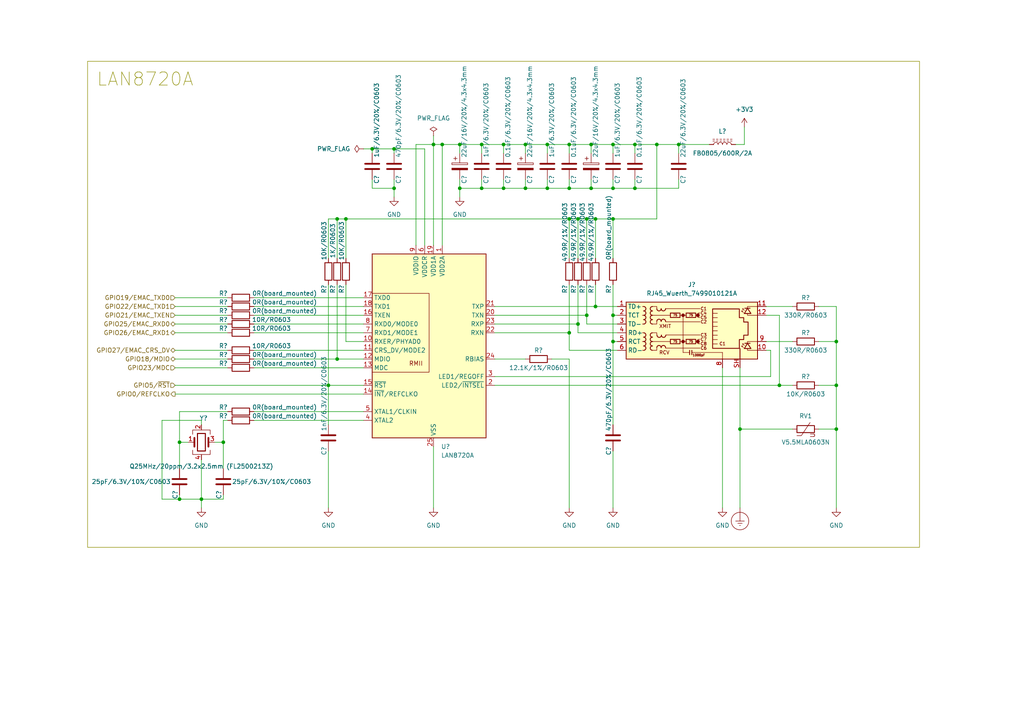
<source format=kicad_sch>
(kicad_sch (version 20230121) (generator eeschema)
  (paper "A4")
  (title_block (title "ESP32") (date "2023-12-03") (rev "A"))
  (lib_symbols
    (symbol "Connector:RJ45_Wuerth_7499010121A"
      (property "Reference" "J" (at 17.78 10.16 0))
      (property "Value" "RJ45_Wuerth_7499010121A" (at -6.35 10.16 0))
      (symbol "RJ45_Wuerth_7499010121A_0_0"
        (circle (center -1.27 -2.54) (radius 0.0001) (stroke (width 0.508)))
        (circle (center -1.27 5.08) (radius 0.0001) (stroke (width 0.508)))
        (polyline (pts (xy -1.27 5.08) (xy -1.27 -5.715)))
        (polyline (pts (xy 0.635 -5.08) (xy 0.635 -6.35)) (stroke (width 0.254)))
        (polyline (pts (xy 1.27 -5.08) (xy 1.27 -6.35)) (stroke (width 0.254)))
        (polyline (pts (xy 3.048 -2.54) (xy 2.54 -2.54)))
        (polyline (pts (xy 3.048 5.08) (xy 2.54 5.08)))
        (polyline (pts (xy 17.399 -3.175) (xy 17.399 -2.54) (xy 20.32 -2.54)))
        (polyline (pts (xy 17.399 6.985) (xy 17.399 7.62) (xy 20.32 7.62)))
        (polyline (pts (xy 20.32 -5.08) (xy 17.399 -5.08) (xy 17.399 -4.572)))
        (polyline (pts (xy 20.32 5.08) (xy 17.399 5.08) (xy 17.399 5.588)))
        (polyline (pts (xy 3.683 -1.905) (xy 3.048 -1.905) (xy 3.048 -3.175) (xy 3.683 -3.175)))
        (polyline (pts (xy 3.683 5.715) (xy 3.048 5.715) (xy 3.048 4.445) (xy 3.683 4.445)))
        (circle (center 3.048 -2.54) (radius 0.0001) (stroke (width 0.508)))
        (circle (center 3.048 5.08) (radius 0.0001) (stroke (width 0.508)))
        (text "C1" (at 4.699 6.985 0) (effects (font (size 0.889 0.889))))
        (text "C1" (at 10.16 -3.175 0) (effects (font (size 0.889 0.889))))
        (text "C2" (at 4.699 3.175 0) (effects (font (size 0.889 0.889))))
        (text "C3" (at 4.699 -0.635 0) (effects (font (size 0.889 0.889))))
        (text "C4" (at 4.699 5.715 0) (effects (font (size 0.889 0.889))))
        (text "C5" (at 4.699 4.445 0) (effects (font (size 0.889 0.889))))
        (text "C6" (at 4.699 -4.445 0) (effects (font (size 0.889 0.889))))
        (text "C7" (at 4.699 -1.905 0) (effects (font (size 0.889 0.889))))
        (text "C8" (at 4.699 -3.175 0) (effects (font (size 0.889 0.889))))
        (text "RCV" (at -8.255 -5.715 0) (effects (font (size 1.016 1.016)) (justify left)))
        (text "XMIT" (at -8.255 1.905 0) (effects (font (size 1.016 1.016)) (justify left)))
      )
      (symbol "RJ45_Wuerth_7499010121A_0_1"
        (rectangle (start -17.78 8.89) (end 20.32 -7.62) (stroke (width 0.254)) (fill (type background)))
        (polyline (pts (xy -12.7 -5.08) (xy -13.081 -5.08)))
        (polyline (pts (xy -12.7 -2.54) (xy -13.081 -2.54)))
        (polyline (pts (xy -12.7 0) (xy -13.081 0)))
        (polyline (pts (xy -12.7 2.54) (xy -13.081 2.54)))
        (polyline (pts (xy -12.7 5.08) (xy -13.081 5.08)))
        (polyline (pts (xy -12.7 7.62) (xy -13.081 7.62)))
        (polyline (pts (xy -6.35 -4.445) (xy 3.683 -4.445)))
        (polyline (pts (xy -6.35 3.175) (xy 3.683 3.175)))
        (polyline (pts (xy -6.35 6.985) (xy 3.683 6.985)))
        (polyline (pts (xy -6.223 -0.635) (xy 3.683 -0.635)))
        (polyline (pts (xy -5.08 -2.54) (xy -10.16 -2.54)))
        (polyline (pts (xy -4.953 5.08) (xy -10.16 5.08)))
        (polyline (pts (xy -2.159 -2.54) (xy -0.381 -2.54)))
        (polyline (pts (xy -2.159 5.08) (xy -0.381 5.08)))
        (polyline (pts (xy 0.635 -5.715) (xy -1.27 -5.715)))
        (polyline (pts (xy 7.4295 -1.9685) (xy 8.6995 -1.9685)))
        (polyline (pts (xy 7.4295 -0.6985) (xy 8.6995 -0.6985)))
        (polyline (pts (xy 7.4295 0.5715) (xy 8.6995 0.5715)))
        (polyline (pts (xy 7.4295 1.8415) (xy 8.6995 1.8415)))
        (polyline (pts (xy 7.4295 3.1115) (xy 8.6995 3.1115)))
        (polyline (pts (xy 8.6995 -3.2385) (xy 7.4295 -3.2385)))
        (polyline (pts (xy 8.6995 4.3815) (xy 7.4295 4.3815)))
        (polyline (pts (xy 8.6995 5.6515) (xy 7.4295 5.6515)))
        (polyline (pts (xy 10.16 -5.715) (xy 1.27 -5.715)))
        (polyline (pts (xy 10.16 -5.715) (xy 10.16 -7.62)))
        (polyline (pts (xy -10.16 0) (xy -8.89 0) (xy -8.89 -0.635)))
        (polyline (pts (xy -10.16 7.62) (xy -8.89 7.62) (xy -8.89 6.985)))
        (polyline (pts (xy -8.89 -4.445) (xy -8.89 -5.08) (xy -10.16 -5.08)))
        (polyline (pts (xy -8.89 3.175) (xy -8.89 2.54) (xy -10.16 2.54)))
      )
      (symbol "RJ45_Wuerth_7499010121A_1_0"
        (text "1000pF" (at 3.302 -6.477 0) (effects (font (size 0.635 0.635))))
      )
      (symbol "RJ45_Wuerth_7499010121A_1_1"
        (arc (start -12.7 -1.27) (mid -12.0677 -0.635) (end -12.7 0) (stroke (width 0.254)))
        (arc (start -12.6973 -5.08) (mid -12.065 -4.445) (end -12.6973 -3.81) (stroke (width 0.254)))
        (arc (start -12.6973 -3.81) (mid -12.065 -3.175) (end -12.6973 -2.54) (stroke (width 0.254)))
        (arc (start -12.6973 -2.54) (mid -12.065 -1.905) (end -12.6973 -1.27) (stroke (width 0.254)))
        (arc (start -12.6973 6.35) (mid -12.065 6.985) (end -12.6973 7.62) (stroke (width 0.254)))
        (arc (start -12.6946 2.54) (mid -12.0623 3.175) (end -12.6946 3.81) (stroke (width 0.254)))
        (arc (start -12.6946 3.81) (mid -12.0623 4.445) (end -12.6946 5.08) (stroke (width 0.254)))
        (arc (start -12.6946 5.08) (mid -12.0623 5.715) (end -12.6946 6.35) (stroke (width 0.254)))
        (arc (start -10.1654 -2.54) (mid -10.7977 -3.175) (end -10.1654 -3.81) (stroke (width 0.254)))
        (arc (start -10.1654 -1.27) (mid -10.7977 -1.905) (end -10.1654 -2.54) (stroke (width 0.254)))
        (arc (start -10.1654 0) (mid -10.7977 -0.635) (end -10.1654 -1.27) (stroke (width 0.254)))
        (arc (start -10.1654 5.08) (mid -10.7977 4.445) (end -10.1654 3.81) (stroke (width 0.254)))
        (arc (start -10.1654 6.35) (mid -10.7977 5.715) (end -10.1654 5.08) (stroke (width 0.254)))
        (arc (start -10.1654 7.62) (mid -10.7977 6.985) (end -10.1654 6.35) (stroke (width 0.254)))
        (arc (start -10.1627 -3.81) (mid -10.795 -4.445) (end -10.1627 -5.08) (stroke (width 0.254)))
        (arc (start -10.1627 3.81) (mid -10.795 3.175) (end -10.1627 2.54) (stroke (width 0.254)))
        (arc (start -8.89 6.9823) (mid -8.255 6.35) (end -7.62 6.9823) (stroke (width 0.254)))
        (arc (start -8.8265 -0.7012) (mid -8.1915 -1.3335) (end -7.5565 -0.7012) (stroke (width 0.254)))
        (arc (start -7.62 -4.3153) (mid -8.255 -3.683) (end -8.89 -4.3153) (stroke (width 0.254)))
        (arc (start -7.62 3.3047) (mid -8.255 3.937) (end -8.89 3.3047) (stroke (width 0.254)))
        (arc (start -7.62 6.985) (mid -6.985 6.3527) (end -6.35 6.985) (stroke (width 0.254)))
        (arc (start -7.5565 -0.6985) (mid -6.9215 -1.3308) (end -6.2865 -0.6985) (stroke (width 0.254)))
        (arc (start -6.35 -4.3126) (mid -6.985 -3.6803) (end -7.62 -4.3126) (stroke (width 0.254)))
        (arc (start -6.35 3.3074) (mid -6.985 3.9397) (end -7.62 3.3074) (stroke (width 0.254)))
        (rectangle (start -4.953 -1.905) (end -2.159 -3.175) (stroke (width 0.254)))
        (rectangle (start -4.953 5.715) (end -2.159 4.445) (stroke (width 0.254)))
        (rectangle (start -0.381 -1.905) (end 2.413 -3.175) (stroke (width 0.254)))
        (rectangle (start -0.381 5.715) (end 2.413 4.445) (stroke (width 0.254)))
        (polyline (pts (xy 15.24 -7.62) (xy 15.24 -4.572)) (stroke (width 0.254)))
        (polyline (pts (xy 15.748 -3.81) (xy 15.748 -4.064)))
        (polyline (pts (xy 15.748 6.35) (xy 15.748 6.096)))
        (polyline (pts (xy 16.002 -3.175) (xy 16.002 -3.429)))
        (polyline (pts (xy 16.002 6.985) (xy 16.002 6.731)))
        (polyline (pts (xy 16.637 -3.048) (xy 18.161 -3.048)) (stroke (width 0.254)))
        (polyline (pts (xy 16.637 7.112) (xy 18.161 7.112)) (stroke (width 0.254)))
        (polyline (pts (xy 16.256 -4.318) (xy 15.748 -3.81) (xy 16.002 -3.81)))
        (polyline (pts (xy 16.256 5.842) (xy 15.748 6.35) (xy 16.002 6.35)))
        (polyline (pts (xy 16.51 -3.683) (xy 16.002 -3.175) (xy 16.256 -3.175)))
        (polyline (pts (xy 16.51 6.477) (xy 16.002 6.985) (xy 16.256 6.985)))
        (polyline (pts (xy 16.51 -4.572) (xy 18.415 -4.572) (xy 17.399 -3.048) (xy 16.51 -4.572)) (stroke (width 0.254)))
        (polyline (pts (xy 16.51 5.588) (xy 18.415 5.588) (xy 17.399 7.112) (xy 16.51 5.588)) (stroke (width 0.254)))
        (polyline (pts (xy 7.3025 -4.5085) (xy 7.3025 6.9215) (xy 15.0495 6.9215) (xy 15.0495 4.3815) (xy 16.3195 4.3815) (xy 16.3195 3.1115) (xy 17.5895 3.1115) (xy 17.5895 -0.6985) (xy 16.3195 -0.6985) (xy 16.3195 -1.9685) (xy 15.0495 -1.9685) (xy 15.0495 -4.5085) (xy 7.3025 -4.5085)) (stroke (width 0.254)))
        (text "75" (at -3.556 -2.54 0) (effects (font (size 0.635 0.635))))
        (text "75" (at -3.556 5.08 0) (effects (font (size 0.635 0.635))))
        (text "75" (at 1.016 -2.54 0) (effects (font (size 0.635 0.635))))
        (text "75" (at 1.016 5.08 0) (effects (font (size 0.635 0.635))))
        (pin passive line (at -20.32 7.62 0) (length 2.54) (name "TD+") (number "1"))
        (pin passive line (at 22.86 -5.08 180) (length 2.54) (name "") (number "10"))
        (pin passive line (at 22.86 7.62 180) (length 2.54) (name "") (number "11"))
        (pin passive line (at 22.86 5.08 180) (length 2.54) (name "") (number "12"))
        (pin passive line (at -20.32 5.08 0) (length 2.54) (name "TCT") (number "2"))
        (pin passive line (at -20.32 2.54 0) (length 2.54) (name "TD-") (number "3"))
        (pin passive line (at -20.32 0 0) (length 2.54) (name "RD+") (number "4"))
        (pin passive line (at -20.32 -2.54 0) (length 2.54) (name "RCT") (number "5"))
        (pin passive line (at -20.32 -5.08 0) (length 2.54) (name "RD-") (number "6"))
        (pin no_connect line (at 20.32 0 0) (length 0) hide (name "NC") (number "7"))
        (pin power_in line (at 10.16 -10.16 90) (length 2.54) (name "") (number "8"))
        (pin passive line (at 22.86 -2.54 180) (length 2.54) (name "") (number "9"))
        (pin passive line (at 15.24 -10.16 90) (length 2.54) (name "") (number "SH"))
      )
    )
    (symbol "Device:C" (pin_numbers hide) (pin_names (offset 0.254))
      (property "Reference" "C" (at 0.635 2.54 0))
      (property "Value" "C" (at 0.635 -2.54 0))
      (symbol "C_0_1"
        (polyline (pts (xy -2.032 -0.762) (xy 2.032 -0.762)) (stroke (width 0.508)))
        (polyline (pts (xy -2.032 0.762) (xy 2.032 0.762)) (stroke (width 0.508)))
      )
      (symbol "C_1_1"
        (pin passive line (at 0 3.81 270) (length 2.794) (name "~") (number "1"))
        (pin passive line (at 0 -3.81 90) (length 2.794) (name "~") (number "2"))
      )
    )
    (symbol "Device:C_Polarized" (pin_numbers hide) (pin_names (offset 0.254))
      (property "Reference" "C" (at 0.635 2.54 0))
      (property "Value" "C_Polarized" (at 0.635 -2.54 0))
      (symbol "C_Polarized_0_1"
        (rectangle (start -2.286 0.508) (end 2.286 1.016))
        (polyline (pts (xy -1.778 2.286) (xy -0.762 2.286)))
        (polyline (pts (xy -1.27 2.794) (xy -1.27 1.778)))
        (rectangle (start 2.286 -0.508) (end -2.286 -1.016) (fill (type outline)))
      )
      (symbol "C_Polarized_1_1"
        (pin passive line (at 0 3.81 270) (length 2.794) (name "~") (number "1"))
        (pin passive line (at 0 -3.81 90) (length 2.794) (name "~") (number "2"))
      )
    )
    (symbol "Device:Crystal_GND24" (pin_names (offset 1.016) hide)
      (property "Reference" "Y" (at 3.175 5.08 0))
      (property "Value" "Crystal_GND24" (at 3.175 3.175 0))
      (symbol "Crystal_GND24_0_1"
        (rectangle (start -1.143 2.54) (end 1.143 -2.54) (stroke (width 0.3048)))
        (polyline (pts (xy -2.54 0) (xy -2.032 0)))
        (polyline (pts (xy -2.032 -1.27) (xy -2.032 1.27)) (stroke (width 0.508)))
        (polyline (pts (xy 0 -3.81) (xy 0 -3.556)))
        (polyline (pts (xy 0 3.556) (xy 0 3.81)))
        (polyline (pts (xy 2.032 -1.27) (xy 2.032 1.27)) (stroke (width 0.508)))
        (polyline (pts (xy 2.032 0) (xy 2.54 0)))
        (polyline (pts (xy -2.54 -2.286) (xy -2.54 -3.556) (xy 2.54 -3.556) (xy 2.54 -2.286)))
        (polyline (pts (xy -2.54 2.286) (xy -2.54 3.556) (xy 2.54 3.556) (xy 2.54 2.286)))
      )
      (symbol "Crystal_GND24_1_1"
        (pin passive line (at -3.81 0 0) (length 1.27) (name "1") (number "1"))
        (pin passive line (at 0 5.08 270) (length 1.27) (name "2") (number "2"))
        (pin passive line (at 3.81 0 180) (length 1.27) (name "3") (number "3"))
        (pin passive line (at 0 -5.08 90) (length 1.27) (name "4") (number "4"))
      )
    )
    (symbol "Device:L_Ferrite" (pin_numbers hide) (pin_names (offset 1.016) hide)
      (property "Reference" "L" (at -1.27 0 90))
      (property "Value" "L_Ferrite" (at 2.794 0 90))
      (symbol "L_Ferrite_0_1"
        (arc (start 0 -2.54) (mid 0.6323 -1.905) (end 0 -1.27))
        (arc (start 0 -1.27) (mid 0.6323 -0.635) (end 0 0))
        (polyline (pts (xy 1.016 -2.794) (xy 1.016 -2.286)))
        (polyline (pts (xy 1.016 -1.778) (xy 1.016 -1.27)))
        (polyline (pts (xy 1.016 -0.762) (xy 1.016 -0.254)))
        (polyline (pts (xy 1.016 0.254) (xy 1.016 0.762)))
        (polyline (pts (xy 1.016 1.27) (xy 1.016 1.778)))
        (polyline (pts (xy 1.016 2.286) (xy 1.016 2.794)))
        (polyline (pts (xy 1.524 -2.286) (xy 1.524 -2.794)))
        (polyline (pts (xy 1.524 -1.27) (xy 1.524 -1.778)))
        (polyline (pts (xy 1.524 -0.254) (xy 1.524 -0.762)))
        (polyline (pts (xy 1.524 0.762) (xy 1.524 0.254)))
        (polyline (pts (xy 1.524 1.778) (xy 1.524 1.27)))
        (polyline (pts (xy 1.524 2.794) (xy 1.524 2.286)))
        (arc (start 0 0) (mid 0.6323 0.635) (end 0 1.27))
        (arc (start 0 1.27) (mid 0.6323 1.905) (end 0 2.54))
      )
      (symbol "L_Ferrite_1_1"
        (pin passive line (at 0 3.81 270) (length 1.27) (name "1") (number "1"))
        (pin passive line (at 0 -3.81 90) (length 1.27) (name "2") (number "2"))
      )
    )
    (symbol "Device:R" (pin_numbers hide) (pin_names (offset 0))
      (property "Reference" "R" (at 2.032 0 90))
      (property "Value" "R" (at 0 0 90))
      (symbol "R_0_1"
        (rectangle (start -1.016 -2.54) (end 1.016 2.54) (stroke (width 0.254)))
      )
      (symbol "R_1_1"
        (pin passive line (at 0 3.81 270) (length 1.27) (name "~") (number "1"))
        (pin passive line (at 0 -3.81 90) (length 1.27) (name "~") (number "2"))
      )
    )
    (symbol "Device:Varistor" (pin_numbers hide) (pin_names (offset 0))
      (property "Reference" "RV" (at 3.175 0 90))
      (property "Value" "Varistor" (at -3.175 0 90))
      (symbol "Varistor_0_0"
        (text "U" (at -1.778 -2.032 0) (effects (font (size 1.27 1.27))))
      )
      (symbol "Varistor_0_1"
        (rectangle (start -1.016 -2.54) (end 1.016 2.54) (stroke (width 0.254)))
        (polyline (pts (xy -1.905 2.54) (xy -1.905 1.27) (xy 1.905 -1.27)))
      )
      (symbol "Varistor_1_1"
        (pin passive line (at 0 3.81 270) (length 1.27) (name "~") (number "1"))
        (pin passive line (at 0 -3.81 90) (length 1.27) (name "~") (number "2"))
      )
    )
    (symbol "Interface_Ethernet:LAN8720A"
      (property "Reference" "U" (at -13.97 29.21 0))
      (property "Value" "LAN8720A" (at 15.24 29.21 0))
      (symbol "LAN8720A_0_0"
        (text "RMII" (at -5.08 -3.81 0) (effects (font (size 1.27 1.27))))
      )
      (symbol "LAN8720A_0_1"
        (rectangle (start -17.78 27.94) (end 15.24 -25.4) (stroke (width 0.254)) (fill (type background)))
        (polyline (pts (xy -17.78 -6.35) (xy -1.27 -6.35) (xy -1.27 16.51) (xy -17.78 16.51)))
      )
      (symbol "LAN8720A_1_1"
        (pin power_in line (at 2.54 30.48 270) (length 2.54) (name "VDD2A") (number "1"))
        (pin output line (at -20.32 2.54 0) (length 2.54) (name "RXER/PHYAD0") (number "10"))
        (pin bidirectional line (at -20.32 0 0) (length 2.54) (name "CRS_DV/MODE2") (number "11"))
        (pin bidirectional line (at -20.32 -2.54 0) (length 2.54) (name "MDIO") (number "12"))
        (pin input line (at -20.32 -5.08 0) (length 2.54) (name "MDC") (number "13"))
        (pin output line (at -20.32 -12.7 0) (length 2.54) (name "~{INT}/REFCLKO") (number "14"))
        (pin input line (at -20.32 -10.16 0) (length 2.54) (name "~{RST}") (number "15"))
        (pin input line (at -20.32 10.16 0) (length 2.54) (name "TXEN") (number "16"))
        (pin input line (at -20.32 15.24 0) (length 2.54) (name "TXD0") (number "17"))
        (pin input line (at -20.32 12.7 0) (length 2.54) (name "TXD1") (number "18"))
        (pin power_in line (at 0 30.48 270) (length 2.54) (name "VDD1A") (number "19"))
        (pin bidirectional line (at 17.78 -10.16 180) (length 2.54) (name "LED2/~{INTSEL}") (number "2"))
        (pin bidirectional line (at 17.78 10.16 180) (length 2.54) (name "TXN") (number "20"))
        (pin bidirectional line (at 17.78 12.7 180) (length 2.54) (name "TXP") (number "21"))
        (pin bidirectional line (at 17.78 5.08 180) (length 2.54) (name "RXN") (number "22"))
        (pin bidirectional line (at 17.78 7.62 180) (length 2.54) (name "RXP") (number "23"))
        (pin passive line (at 17.78 -2.54 180) (length 2.54) (name "RBIAS") (number "24"))
        (pin power_in line (at 0 -27.94 90) (length 2.54) (name "VSS") (number "25"))
        (pin bidirectional line (at 17.78 -7.62 180) (length 2.54) (name "LED1/REGOFF") (number "3"))
        (pin output line (at -20.32 -20.32 0) (length 2.54) (name "XTAL2") (number "4"))
        (pin input line (at -20.32 -17.78 0) (length 2.54) (name "XTAL1/CLKIN") (number "5"))
        (pin power_in line (at -2.54 30.48 270) (length 2.54) (name "VDDCR") (number "6"))
        (pin bidirectional line (at -20.32 5.08 0) (length 2.54) (name "RXD1/MODE1") (number "7"))
        (pin bidirectional line (at -20.32 7.62 0) (length 2.54) (name "RXD0/MODE0") (number "8"))
        (pin power_in line (at -5.08 30.48 270) (length 2.54) (name "VDDIO") (number "9"))
      )
    )
    (symbol "power:+3V3" (power) (pin_names (offset 0))
      (property "Value" "+3V3" (at 0 3.556 0))
      (symbol "+3V3_0_1"
        (polyline (pts (xy -0.762 1.27) (xy 0 2.54)))
        (polyline (pts (xy 0 0) (xy 0 2.54)))
        (polyline (pts (xy 0 2.54) (xy 0.762 1.27)))
      )
      (symbol "+3V3_1_1"
        (pin power_in line (at 0 0 90) (length 0) hide (name "+3V3") (number "1"))
      )
    )
    (symbol "power:Earth_Protective" (power) (pin_names (offset 0))
      (symbol "Earth_Protective_0_1"
        (circle (center 0 -3.81) (radius 2.54))
        (polyline (pts (xy -0.635 -4.445) (xy 0.635 -4.445)))
        (polyline (pts (xy -0.127 -5.08) (xy 0.127 -5.08)))
        (polyline (pts (xy 0 -3.81) (xy 0 0)))
        (polyline (pts (xy 1.27 -3.81) (xy -1.27 -3.81)))
      )
      (symbol "Earth_Protective_1_1"
        (pin power_in line (at 0 0 270) (length 0) hide (name "Earth_Protective") (number "1"))
      )
    )
    (symbol "power:GND" (power) (pin_names (offset 0))
      (property "Value" "GND" (at 0 -3.81 0))
      (symbol "GND_0_1"
        (polyline (pts (xy 0 0) (xy 0 -1.27) (xy 1.27 -1.27) (xy 0 -2.54) (xy -1.27 -1.27) (xy 0 -1.27)))
      )
      (symbol "GND_1_1"
        (pin power_in line (at 0 0 270) (length 0) hide (name "GND") (number "1"))
      )
    )
    (symbol "power:PWR_FLAG" (power) (pin_numbers hide) (pin_names (offset 0) hide)
      (property "Value" "PWR_FLAG" (at 0 3.81 0))
      (symbol "PWR_FLAG_0_0"
        (pin power_out line (at 0 0 90) (length 0) (name "pwr") (number "1"))
      )
      (symbol "PWR_FLAG_0_1"
        (polyline (pts (xy 0 0) (xy 0 1.27) (xy -1.016 1.905) (xy 0 2.54) (xy 1.016 1.905) (xy 0 1.27)))
      )
    )
  )
  (junction (at 242.57 99.06))
  (junction (at 58.42 144.78))
  (junction (at 95.25 111.76))
  (junction (at 171.45 41.91))
  (junction (at 52.07 128.27))
  (junction (at 97.79 104.14))
  (junction (at 114.3 54.61))
  (junction (at 158.75 54.61))
  (junction (at 100.33 63.5))
  (junction (at 139.7 54.61))
  (junction (at 152.4 54.61))
  (junction (at 242.57 111.76))
  (junction (at 170.18 63.5))
  (junction (at 184.15 54.61))
  (junction (at 171.45 54.61))
  (junction (at 133.35 41.91))
  (junction (at 172.72 63.5))
  (junction (at 146.05 54.61))
  (junction (at 177.8 63.5))
  (junction (at 172.72 88.9))
  (junction (at 152.4 41.91))
  (junction (at 139.7 41.91))
  (junction (at 167.64 63.5))
  (junction (at 128.27 41.91))
  (junction (at 125.73 41.91))
  (junction (at 226.06 111.76))
  (junction (at 146.05 41.91))
  (junction (at 52.07 144.78))
  (junction (at 133.35 54.61))
  (junction (at 167.64 93.98))
  (junction (at 214.63 124.46))
  (junction (at 177.8 54.61))
  (junction (at 177.8 41.91))
  (junction (at 165.1 63.5))
  (junction (at 165.1 54.61))
  (junction (at 97.79 63.5))
  (junction (at 184.15 41.91))
  (junction (at 196.85 41.91))
  (junction (at 177.8 99.06))
  (junction (at 165.1 41.91))
  (junction (at 64.77 128.27))
  (junction (at 158.75 41.91))
  (junction (at 114.3 43.18))
  (junction (at 242.57 124.46))
  (junction (at 107.95 43.18))
  (junction (at 165.1 96.52))
  (junction (at 177.8 91.44))
  (junction (at 190.5 41.91))
  (junction (at 170.18 91.44))
  (wire (pts (xy 133.35 52.07) (xy 133.35 54.61)))
  (wire (pts (xy 177.8 130.81) (xy 177.8 147.32)))
  (wire (pts (xy 190.5 63.5) (xy 177.8 63.5)))
  (wire (pts (xy 177.8 82.55) (xy 177.8 91.44)))
  (wire (pts (xy 50.8 96.52) (xy 66.04 96.52)))
  (wire (pts (xy 222.25 99.06) (xy 229.87 99.06)))
  (wire (pts (xy 165.1 63.5) (xy 165.1 74.93)))
  (wire (pts (xy 73.66 106.68) (xy 105.41 106.68)))
  (wire (pts (xy 213.36 41.91) (xy 215.9 41.91)))
  (wire (pts (xy 160.02 104.14) (xy 165.1 104.14)))
  (wire (pts (xy 52.07 119.38) (xy 52.07 128.27)))
  (wire (pts (xy 58.42 133.35) (xy 58.42 144.78)))
  (wire (pts (xy 52.07 128.27) (xy 52.07 135.89)))
  (wire (pts (xy 158.75 41.91) (xy 158.75 44.45)))
  (wire (pts (xy 167.64 63.5) (xy 170.18 63.5)))
  (wire (pts (xy 158.75 41.91) (xy 165.1 41.91)))
  (wire (pts (xy 184.15 54.61) (xy 196.85 54.61)))
  (wire (pts (xy 50.8 111.76) (xy 95.25 111.76)))
  (wire (pts (xy 64.77 128.27) (xy 64.77 121.92)))
  (wire (pts (xy 165.1 41.91) (xy 165.1 44.45)))
  (wire (pts (xy 172.72 63.5) (xy 172.72 74.93)))
  (wire (pts (xy 143.51 104.14) (xy 152.4 104.14)))
  (wire (pts (xy 152.4 41.91) (xy 152.4 44.45)))
  (wire (pts (xy 64.77 143.51) (xy 64.77 144.78)))
  (wire (pts (xy 165.1 54.61) (xy 171.45 54.61)))
  (wire (pts (xy 171.45 54.61) (xy 177.8 54.61)))
  (wire (pts (xy 226.06 111.76) (xy 229.87 111.76)))
  (wire (pts (xy 177.8 54.61) (xy 177.8 52.07)))
  (wire (pts (xy 242.57 111.76) (xy 237.49 111.76)))
  (wire (pts (xy 165.1 101.6) (xy 179.07 101.6)))
  (wire (pts (xy 100.33 63.5) (xy 100.33 74.93)))
  (wire (pts (xy 97.79 63.5) (xy 97.79 74.93)))
  (wire (pts (xy 146.05 41.91) (xy 146.05 44.45)))
  (wire (pts (xy 73.66 119.38) (xy 105.41 119.38)))
  (wire (pts (xy 226.06 91.44) (xy 226.06 111.76)))
  (wire (pts (xy 146.05 54.61) (xy 152.4 54.61)))
  (wire (pts (xy 64.77 121.92) (xy 66.04 121.92)))
  (wire (pts (xy 114.3 43.18) (xy 107.95 43.18)))
  (wire (pts (xy 114.3 43.18) (xy 114.3 44.45)))
  (wire (pts (xy 177.8 41.91) (xy 177.8 44.45)))
  (wire (pts (xy 223.52 109.22) (xy 223.52 101.6)))
  (wire (pts (xy 133.35 41.91) (xy 133.35 44.45)))
  (wire (pts (xy 214.63 124.46) (xy 229.87 124.46)))
  (wire (pts (xy 170.18 93.98) (xy 179.07 93.98)))
  (wire (pts (xy 125.73 41.91) (xy 128.27 41.91)))
  (wire (pts (xy 196.85 41.91) (xy 196.85 44.45)))
  (wire (pts (xy 172.72 63.5) (xy 177.8 63.5)))
  (wire (pts (xy 167.64 63.5) (xy 167.64 74.93)))
  (wire (pts (xy 143.51 91.44) (xy 170.18 91.44)))
  (wire (pts (xy 184.15 41.91) (xy 190.5 41.91)))
  (wire (pts (xy 196.85 41.91) (xy 205.74 41.91)))
  (wire (pts (xy 165.1 82.55) (xy 165.1 96.52)))
  (wire (pts (xy 215.9 36.83) (xy 215.9 41.91)))
  (wire (pts (xy 58.42 123.19) (xy 58.42 121.92)))
  (wire (pts (xy 97.79 63.5) (xy 100.33 63.5)))
  (wire (pts (xy 177.8 99.06) (xy 177.8 123.19)))
  (wire (pts (xy 179.07 91.44) (xy 177.8 91.44)))
  (wire (pts (xy 105.41 43.18) (xy 107.95 43.18)))
  (wire (pts (xy 170.18 63.5) (xy 172.72 63.5)))
  (wire (pts (xy 179.07 96.52) (xy 167.64 96.52)))
  (wire (pts (xy 114.3 57.15) (xy 114.3 54.61)))
  (wire (pts (xy 146.05 41.91) (xy 152.4 41.91)))
  (wire (pts (xy 143.51 88.9) (xy 172.72 88.9)))
  (wire (pts (xy 128.27 41.91) (xy 128.27 71.12)))
  (wire (pts (xy 95.25 63.5) (xy 97.79 63.5)))
  (wire (pts (xy 52.07 144.78) (xy 58.42 144.78)))
  (wire (pts (xy 52.07 119.38) (xy 66.04 119.38)))
  (wire (pts (xy 50.8 86.36) (xy 66.04 86.36)))
  (wire (pts (xy 237.49 88.9) (xy 242.57 88.9)))
  (wire (pts (xy 222.25 88.9) (xy 229.87 88.9)))
  (wire (pts (xy 167.64 93.98) (xy 143.51 93.98)))
  (wire (pts (xy 46.99 121.92) (xy 46.99 144.78)))
  (wire (pts (xy 95.25 111.76) (xy 105.41 111.76)))
  (wire (pts (xy 62.23 128.27) (xy 64.77 128.27)))
  (wire (pts (xy 196.85 52.07) (xy 196.85 54.61)))
  (wire (pts (xy 152.4 52.07) (xy 152.4 54.61)))
  (wire (pts (xy 152.4 54.61) (xy 158.75 54.61)))
  (wire (pts (xy 107.95 52.07) (xy 107.95 54.61)))
  (wire (pts (xy 172.72 88.9) (xy 179.07 88.9)))
  (wire (pts (xy 133.35 54.61) (xy 139.7 54.61)))
  (wire (pts (xy 143.51 96.52) (xy 165.1 96.52)))
  (wire (pts (xy 171.45 41.91) (xy 177.8 41.91)))
  (wire (pts (xy 143.51 109.22) (xy 223.52 109.22)))
  (wire (pts (xy 190.5 41.91) (xy 196.85 41.91)))
  (wire (pts (xy 120.65 41.91) (xy 125.73 41.91)))
  (wire (pts (xy 50.8 91.44) (xy 66.04 91.44)))
  (wire (pts (xy 125.73 39.37) (xy 125.73 41.91)))
  (wire (pts (xy 50.8 106.68) (xy 66.04 106.68)))
  (wire (pts (xy 177.8 54.61) (xy 184.15 54.61)))
  (wire (pts (xy 139.7 54.61) (xy 146.05 54.61)))
  (wire (pts (xy 226.06 111.76) (xy 143.51 111.76)))
  (wire (pts (xy 179.07 99.06) (xy 177.8 99.06)))
  (wire (pts (xy 165.1 63.5) (xy 167.64 63.5)))
  (wire (pts (xy 184.15 41.91) (xy 184.15 44.45)))
  (wire (pts (xy 170.18 82.55) (xy 170.18 91.44)))
  (wire (pts (xy 73.66 96.52) (xy 105.41 96.52)))
  (wire (pts (xy 242.57 99.06) (xy 237.49 99.06)))
  (wire (pts (xy 50.8 114.3) (xy 105.41 114.3)))
  (wire (pts (xy 64.77 128.27) (xy 64.77 135.89)))
  (wire (pts (xy 95.25 130.81) (xy 95.25 147.32)))
  (wire (pts (xy 165.1 96.52) (xy 165.1 101.6)))
  (wire (pts (xy 177.8 63.5) (xy 177.8 74.93)))
  (wire (pts (xy 58.42 144.78) (xy 64.77 144.78)))
  (wire (pts (xy 167.64 82.55) (xy 167.64 93.98)))
  (wire (pts (xy 128.27 41.91) (xy 133.35 41.91)))
  (wire (pts (xy 125.73 129.54) (xy 125.73 147.32)))
  (wire (pts (xy 107.95 43.18) (xy 107.95 44.45)))
  (wire (pts (xy 120.65 41.91) (xy 120.65 71.12)))
  (wire (pts (xy 167.64 96.52) (xy 167.64 93.98)))
  (wire (pts (xy 177.8 91.44) (xy 177.8 99.06)))
  (wire (pts (xy 171.45 41.91) (xy 171.45 44.45)))
  (wire (pts (xy 139.7 41.91) (xy 146.05 41.91)))
  (wire (pts (xy 222.25 91.44) (xy 226.06 91.44)))
  (wire (pts (xy 242.57 99.06) (xy 242.57 111.76)))
  (wire (pts (xy 146.05 52.07) (xy 146.05 54.61)))
  (wire (pts (xy 50.8 101.6) (xy 66.04 101.6)))
  (wire (pts (xy 158.75 52.07) (xy 158.75 54.61)))
  (wire (pts (xy 58.42 121.92) (xy 46.99 121.92)))
  (wire (pts (xy 52.07 143.51) (xy 52.07 144.78)))
  (wire (pts (xy 165.1 52.07) (xy 165.1 54.61)))
  (wire (pts (xy 158.75 54.61) (xy 165.1 54.61)))
  (wire (pts (xy 107.95 54.61) (xy 114.3 54.61)))
  (wire (pts (xy 165.1 104.14) (xy 165.1 147.32)))
  (wire (pts (xy 50.8 104.14) (xy 66.04 104.14)))
  (wire (pts (xy 97.79 82.55) (xy 97.79 104.14)))
  (wire (pts (xy 177.8 41.91) (xy 184.15 41.91)))
  (wire (pts (xy 73.66 86.36) (xy 105.41 86.36)))
  (wire (pts (xy 73.66 104.14) (xy 97.79 104.14)))
  (wire (pts (xy 209.55 106.68) (xy 209.55 147.32)))
  (wire (pts (xy 223.52 101.6) (xy 222.25 101.6)))
  (wire (pts (xy 170.18 91.44) (xy 170.18 93.98)))
  (wire (pts (xy 73.66 93.98) (xy 105.41 93.98)))
  (wire (pts (xy 152.4 41.91) (xy 158.75 41.91)))
  (wire (pts (xy 97.79 104.14) (xy 105.41 104.14)))
  (wire (pts (xy 170.18 63.5) (xy 170.18 74.93)))
  (wire (pts (xy 100.33 82.55) (xy 100.33 99.06)))
  (wire (pts (xy 242.57 111.76) (xy 242.57 124.46)))
  (wire (pts (xy 114.3 52.07) (xy 114.3 54.61)))
  (wire (pts (xy 58.42 144.78) (xy 58.42 147.32)))
  (wire (pts (xy 73.66 91.44) (xy 105.41 91.44)))
  (wire (pts (xy 95.25 63.5) (xy 95.25 74.93)))
  (wire (pts (xy 237.49 124.46) (xy 242.57 124.46)))
  (wire (pts (xy 123.19 43.18) (xy 114.3 43.18)))
  (wire (pts (xy 139.7 52.07) (xy 139.7 54.61)))
  (wire (pts (xy 214.63 124.46) (xy 214.63 147.32)))
  (wire (pts (xy 133.35 41.91) (xy 139.7 41.91)))
  (wire (pts (xy 46.99 144.78) (xy 52.07 144.78)))
  (wire (pts (xy 139.7 41.91) (xy 139.7 44.45)))
  (wire (pts (xy 172.72 82.55) (xy 172.72 88.9)))
  (wire (pts (xy 190.5 41.91) (xy 190.5 63.5)))
  (wire (pts (xy 73.66 88.9) (xy 105.41 88.9)))
  (wire (pts (xy 73.66 101.6) (xy 105.41 101.6)))
  (wire (pts (xy 165.1 41.91) (xy 171.45 41.91)))
  (wire (pts (xy 52.07 128.27) (xy 54.61 128.27)))
  (wire (pts (xy 242.57 88.9) (xy 242.57 99.06)))
  (wire (pts (xy 171.45 52.07) (xy 171.45 54.61)))
  (wire (pts (xy 50.8 93.98) (xy 66.04 93.98)))
  (wire (pts (xy 50.8 88.9) (xy 66.04 88.9)))
  (wire (pts (xy 123.19 43.18) (xy 123.19 71.12)))
  (wire (pts (xy 125.73 41.91) (xy 125.73 71.12)))
  (wire (pts (xy 95.25 111.76) (xy 95.25 123.19)))
  (wire (pts (xy 214.63 106.68) (xy 214.63 124.46)))
  (wire (pts (xy 100.33 63.5) (xy 165.1 63.5)))
  (wire (pts (xy 100.33 99.06) (xy 105.41 99.06)))
  (wire (pts (xy 184.15 52.07) (xy 184.15 54.61)))
  (wire (pts (xy 95.25 82.55) (xy 95.25 111.76)))
  (wire (pts (xy 242.57 124.46) (xy 242.57 147.32)))
  (wire (pts (xy 133.35 57.15) (xy 133.35 54.61)))
  (wire (pts (xy 73.66 121.92) (xy 105.41 121.92)))
  (rectangle (start 25.4 17.78) (end 266.7 158.75) (stroke (width 0) (color 140 140 0 1)))
  (text "LAN8720A\n" (at 27.94 25.4 0) (effects (font (size 3.81 3.81)) (justify left bottom)))
  (hierarchical_label "GPIO23{slash}MDC" (shape input) (at 50.8 106.68 180))
  (hierarchical_label "GPIO0{slash}REFCLKO" (shape output) (at 50.8 114.3 180))
  (hierarchical_label "GPIO26{slash}EMAC_RXD1" (shape bidirectional) (at 50.8 96.52 180))
  (hierarchical_label "GPIO19{slash}EMAC_TXD0" (shape input) (at 50.8 86.36 180))
  (hierarchical_label "GPIO22{slash}EMAC_TXD1" (shape input) (at 50.8 88.9 180))
  (hierarchical_label "GPIO21{slash}EMAC_TXEN" (shape input) (at 50.8 91.44 180))
  (hierarchical_label "GPIO27{slash}EMAC_CRS_DV" (shape bidirectional) (at 50.8 101.6 180))
  (hierarchical_label "GPIO18{slash}MDIO" (shape bidirectional) (at 50.8 104.14 180))
  (hierarchical_label "GPIO5{slash}~{RST}" (shape input) (at 50.8 111.76 180))
  (hierarchical_label "GPIO25{slash}EMAC_RXD0" (shape bidirectional) (at 50.8 93.98 180))
  (symbol (lib_id "power:GND") (at 133.35 57.15 0) (unit 1)
    (property "Reference" "#PWR07" (effects hide))
    (property "Value" "GND" (at 133.35 62.23 0))
    (instances (project "ESP32-PLC" (path "" (reference "#PWR07") (unit 1)) (path "" (reference "#PWR028") (unit 1))))
  )
  (symbol (lib_id "Connector:RJ45_Wuerth_7499010121A") (at 199.39 96.52 0) (unit 1)
    (property "Reference" "J?" (at 200.66 82.55 0))
    (property "Value" "RJ45_Wuerth_7499010121A" (at 200.66 85.09 0))
    (property "Footprint" "Connector_RJ:RJ45_Wuerth_7499010121A_Horizontal" (effects hide))
    (property "Datasheet" "http://katalog.we-online.de/pbs/datasheet/7499010121A.pdf" (effects hide))
    (instances (project "ESP32-PLC" (path "" (reference "J?") (unit 1)) (path "" (reference "J5") (unit 1))))
  )
  (symbol (lib_id "power:+3V3") (at 215.9 36.83 0) (unit 1)
    (property "Reference" "#PWR08" (effects hide))
    (property "Value" "+3V3" (at 215.9 31.75 0))
    (instances (project "ESP32-PLC" (path "" (reference "#PWR08") (unit 1)) (path "" (reference "#PWR033") (unit 1))))
  )
  (symbol (lib_id "Device:Crystal_GND24") (at 58.42 128.27 0) (unit 1)
    (property "Reference" "Y?" (at 59.055 121.285 0))
    (property "Value" "Q25MHz/20ppm/3.2x2.5mm (FL2500213Z)" (at 58.42 135.255 0))
    (property "Footprint" "Crystal:Crystal_SMD_3225-4Pin_3.2x2.5mm" (effects hide))
    (instances (project "ESP32-PLC" (path "" (reference "Y?") (unit 1)) (path "" (reference "Y1") (unit 1))))
  )
  (symbol (lib_id "power:GND") (at 125.73 147.32 0) (unit 1)
    (property "Reference" "#PWR02" (effects hide))
    (property "Value" "GND" (at 125.73 152.4 0))
    (instances (project "ESP32-PLC" (path "" (reference "#PWR02") (unit 1)) (path "" (reference "#PWR027") (unit 1))))
  )
  (symbol (lib_id "Device:Varistor") (at 233.68 124.46 90) (unit 1)
    (property "Reference" "RV1" (at 233.68 120.65 90))
    (property "Value" "V5.5MLA0603N" (at 233.68 128.27 90))
    (property "Footprint" "Resistor_SMD:R_0603_1608Metric" (effects hide))
    (property "Sim.Name" "kicad_builtin_varistor" (effects hide))
    (property "Sim.Device" "SUBCKT" (effects hide))
    (property "Sim.Pins" "1=A 2=B" (effects hide))
    (property "Sim.Params" "threshold=1k" (effects hide))
    (property "Sim.Library" "${KICAD7_SYMBOL_DIR}/Simulation_SPICE.sp" (effects hide))
  )
  (symbol (lib_id "power:GND") (at 242.57 147.32 0) (unit 1)
    (property "Reference" "#PWR05" (effects hide))
    (property "Value" "GND" (at 242.57 152.4 0))
    (instances (project "ESP32-PLC" (path "" (reference "#PWR05") (unit 1)) (path "" (reference "#PWR034") (unit 1))))
  )
  (symbol (lib_id "Device:R") (at 170.18 78.74 180) (unit 1)
    (property "Reference" "R?" (at 168.91 83.82 90))
    (property "Value" "49.9R/1%/R0603" (at 168.91 67.31 90))
    (property "Footprint" "Resistor_SMD:R_0603_1608Metric" (effects hide))
    (instances (project "ESP32-PLC" (path "" (reference "R?") (unit 1)) (path "" (reference "R29") (unit 1))))
  )
  (symbol (lib_id "Device:C") (at 95.25 127 0) (unit 1)
    (property "Reference" "C?" (at 93.98 132.08 90) (effects (justify left)))
    (property "Value" "1nF/6.3V/20%/C0603" (at 93.98 125.095 90) (effects (justify left)))
    (property "Footprint" "Capacitor_SMD:C_0603_1608Metric" (effects hide))
    (instances (project "ESP32-PLC" (path "" (reference "C?") (unit 1)) (path "" (reference "C11") (unit 1))))
  )
  (symbol (lib_id "power:GND") (at 58.42 147.32 0) (unit 1)
    (property "Reference" "#PWR06" (effects hide))
    (property "Value" "GND" (at 58.42 152.4 0))
    (instances (project "ESP32-PLC" (path "" (reference "#PWR06") (unit 1)) (path "" (reference "#PWR024") (unit 1))))
  )
  (symbol (lib_id "Device:R") (at 172.72 78.74 180) (unit 1)
    (property "Reference" "R?" (at 171.45 83.82 90))
    (property "Value" "49.9R/1%/R0603" (at 171.45 67.31 90))
    (property "Footprint" "Resistor_SMD:R_0603_1608Metric" (effects hide))
    (instances (project "ESP32-PLC" (path "" (reference "R?") (unit 1)) (path "" (reference "R30") (unit 1))))
  )
  (symbol (lib_id "Device:C") (at 64.77 139.7 0) (unit 1)
    (property "Reference" "C?" (at 63.5 144.78 90) (effects (justify left)))
    (property "Value" "25pF/6.3V/10%/C0603" (at 67.31 139.7 0) (effects (justify left)))
    (property "Footprint" "Capacitor_SMD:C_0603_1608Metric" (effects hide))
    (instances (project "ESP32-PLC" (path "" (reference "C?") (unit 1)) (path "" (reference "C10") (unit 1))))
  )
  (symbol (lib_id "Device:L_Ferrite") (at 209.55 41.91 90) (unit 1)
    (property "Reference" "L?" (at 209.55 38.1 90))
    (property "Value" "FB0805/600R/2A" (at 209.55 44.45 90))
    (property "Footprint" "Inductor_SMD:L_0805_2012Metric" (effects hide))
    (instances (project "ESP32-PLC" (path "" (reference "L?") (unit 1)) (path "" (reference "L3") (unit 1))))
  )
  (symbol (lib_id "Device:R") (at 69.85 86.36 90) (unit 1)
    (property "Reference" "R?" (at 64.77 85.09 90))
    (property "Value" "0R(board_mounted)" (at 82.55 85.09 90))
    (property "Footprint" "Resistor_SMD:R_0402_1005Metric" (effects hide))
    (instances (project "ESP32-PLC" (path "" (reference "R?") (unit 1)) (path "" (reference "R13") (unit 1))))
  )
  (symbol (lib_id "Device:R") (at 97.79 78.74 180) (unit 1)
    (property "Reference" "R?" (at 96.52 83.82 90))
    (property "Value" "1K/R0603" (at 96.52 69.85 90))
    (property "Footprint" "Resistor_SMD:R_0603_1608Metric" (effects hide))
    (instances (project "ESP32-PLC" (path "" (reference "R?") (unit 1)) (path "" (reference "R24") (unit 1))))
  )
  (symbol (lib_id "Device:C_Polarized") (at 133.35 48.26 0) (unit 1)
    (property "Reference" "C?" (at 134.62 53.34 90) (effects (justify left)))
    (property "Value" "22uF/16V/20%/4.3x4.3mm" (at 134.62 45.72 90) (effects (justify left)))
    (property "Footprint" "Capacitor_SMD:CP_Elec_4x5.4" (effects hide))
    (instances (project "ESP32-PLC" (path "" (reference "C?") (unit 1)) (path "" (reference "C14") (unit 1))))
  )
  (symbol (lib_id "Device:C") (at 107.95 48.26 0) (unit 1)
    (property "Reference" "C?" (at 109.22 53.34 90) (effects (justify left)))
    (property "Value" "1uF/6.3V/20%/C0603" (at 109.22 45.72 90) (effects (justify left)))
    (property "Footprint" "Capacitor_SMD:C_0603_1608Metric" (effects hide))
    (instances (project "ESP32-PLC" (path "" (reference "C?") (unit 1)) (path "" (reference "C12") (unit 1))))
  )
  (symbol (lib_id "Device:C") (at 177.8 48.26 0) (unit 1)
    (property "Reference" "C?" (at 179.07 53.34 90) (effects (justify left)))
    (property "Value" "1uF/6.3V/20%/C0603" (at 179.07 45.72 90) (effects (justify left)))
    (property "Footprint" "Capacitor_SMD:C_0603_1608Metric" (effects hide))
    (instances (project "ESP32-PLC" (path "" (reference "C?") (unit 1)) (path "" (reference "C21") (unit 1))))
  )
  (symbol (lib_id "Device:C") (at 165.1 48.26 0) (unit 1)
    (property "Reference" "C?" (at 166.37 53.34 90) (effects (justify left)))
    (property "Value" "0.1uF/6.3V/20%/C0603" (at 166.37 45.72 90) (effects (justify left)))
    (property "Footprint" "Capacitor_SMD:C_0603_1608Metric" (effects hide))
    (instances (project "ESP32-PLC" (path "" (reference "C?") (unit 1)) (path "" (reference "C19") (unit 1))))
  )
  (symbol (lib_id "Device:C") (at 146.05 48.26 0) (unit 1)
    (property "Reference" "C?" (at 147.32 53.34 90) (effects (justify left)))
    (property "Value" "0.1uF/6.3V/20%/C0603" (at 147.32 45.72 90) (effects (justify left)))
    (property "Footprint" "Capacitor_SMD:C_0603_1608Metric" (effects hide))
    (instances (project "ESP32-PLC" (path "" (reference "C?") (unit 1)) (path "" (reference "C16") (unit 1))))
  )
  (symbol (lib_id "Device:R") (at 167.64 78.74 180) (unit 1)
    (property "Reference" "R?" (at 166.37 83.82 90))
    (property "Value" "49.9R/1%/R0603" (at 166.37 67.31 90))
    (property "Footprint" "Resistor_SMD:R_0603_1608Metric" (effects hide))
    (instances (project "ESP32-PLC" (path "" (reference "R?") (unit 1)) (path "" (reference "R28") (unit 1))))
  )
  (symbol (lib_id "Device:R") (at 69.85 106.68 90) (unit 1)
    (property "Reference" "R?" (at 64.77 105.41 90))
    (property "Value" "0R(board_mounted)" (at 82.55 105.41 90))
    (property "Footprint" "Resistor_SMD:R_0402_1005Metric" (effects hide))
    (instances (project "ESP32-PLC" (path "" (reference "R?") (unit 1)) (path "" (reference "R20") (unit 1))))
  )
  (symbol (lib_id "power:GND") (at 114.3 57.15 0) (unit 1)
    (property "Reference" "#PWR09" (effects hide))
    (property "Value" "GND" (at 114.3 62.23 0))
    (instances (project "ESP32-PLC" (path "" (reference "#PWR09") (unit 1)) (path "" (reference "#PWR026") (unit 1))))
  )
  (symbol (lib_id "Device:R") (at 233.68 88.9 90) (unit 1)
    (property "Reference" "R?" (at 233.68 86.36 90))
    (property "Value" "330R/R0603" (at 233.68 91.44 90))
    (property "Footprint" "Resistor_SMD:R_0603_1608Metric" (effects hide))
    (instances (project "ESP32-PLC" (path "" (reference "R?") (unit 1)) (path "" (reference "R32") (unit 1))))
  )
  (symbol (lib_id "Device:R") (at 156.21 104.14 90) (unit 1)
    (property "Reference" "R?" (at 156.21 101.6 90))
    (property "Value" "12.1K/1%/R0603" (at 156.21 106.68 90))
    (property "Footprint" "Resistor_SMD:R_0603_1608Metric" (effects hide))
    (instances (project "ESP32-PLC" (path "" (reference "R?") (unit 1)) (path "" (reference "R26") (unit 1))))
  )
  (symbol (lib_id "Device:R") (at 177.8 78.74 180) (unit 1)
    (property "Reference" "R?" (at 176.53 83.82 90))
    (property "Value" "0R(board_mounted)" (at 176.53 66.04 90))
    (property "Footprint" "Resistor_SMD:R_0402_1005Metric" (effects hide))
    (instances (project "ESP32-PLC" (path "" (reference "R?") (unit 1)) (path "" (reference "R31") (unit 1))))
  )
  (symbol (lib_id "power:GND") (at 177.8 147.32 0) (unit 1)
    (property "Reference" "#PWR03" (effects hide))
    (property "Value" "GND" (at 177.8 152.4 0))
    (instances (project "ESP32-PLC" (path "" (reference "#PWR03") (unit 1)) (path "" (reference "#PWR030") (unit 1))))
  )
  (symbol (lib_id "Device:R") (at 165.1 78.74 180) (unit 1)
    (property "Reference" "R?" (at 163.83 83.82 90))
    (property "Value" "49.9R/1%/R0603" (at 163.83 67.31 90))
    (property "Footprint" "Resistor_SMD:R_0603_1608Metric" (effects hide))
    (instances (project "ESP32-PLC" (path "" (reference "R?") (unit 1)) (path "" (reference "R27") (unit 1))))
  )
  (symbol (lib_id "Device:C") (at 177.8 127 0) (unit 1)
    (property "Reference" "C?" (at 176.53 132.08 90) (effects (justify left)))
    (property "Value" "470pF/6.3V/20%/C0603" (at 176.53 125.095 90) (effects (justify left)))
    (property "Footprint" "Capacitor_SMD:C_0603_1608Metric" (effects hide))
    (instances (project "ESP32-PLC" (path "" (reference "C?") (unit 1)) (path "" (reference "C22") (unit 1))))
  )
  (symbol (lib_id "Device:C_Polarized") (at 152.4 48.26 0) (unit 1)
    (property "Reference" "C?" (at 153.67 53.34 90) (effects (justify left)))
    (property "Value" "22uF/16V/20%/4.3x4.3mm" (at 153.67 45.72 90) (effects (justify left)))
    (property "Footprint" "Capacitor_SMD:CP_Elec_4x5.4" (effects hide))
    (instances (project "ESP32-PLC" (path "" (reference "C?") (unit 1)) (path "" (reference "C17") (unit 1))))
  )
  (symbol (lib_id "Device:R") (at 69.85 119.38 90) (unit 1)
    (property "Reference" "R?" (at 64.77 118.11 90))
    (property "Value" "0R(board_mounted)" (at 82.55 118.11 90))
    (property "Footprint" "Resistor_SMD:R_0402_1005Metric" (effects hide))
    (instances (project "ESP32-PLC" (path "" (reference "R?") (unit 1)) (path "" (reference "R21") (unit 1))))
  )
  (symbol (lib_id "Device:C") (at 158.75 48.26 0) (unit 1)
    (property "Reference" "C?" (at 160.02 53.34 90) (effects (justify left)))
    (property "Value" "1uF/6.3V/20%/C0603" (at 160.02 45.72 90) (effects (justify left)))
    (property "Footprint" "Capacitor_SMD:C_0603_1608Metric" (effects hide))
    (instances (project "ESP32-PLC" (path "" (reference "C?") (unit 1)) (path "" (reference "C18") (unit 1))))
  )
  (symbol (lib_id "Device:R") (at 69.85 101.6 90) (unit 1)
    (property "Reference" "R?" (at 64.77 100.33 90))
    (property "Value" "10R/R0603" (at 78.74 100.33 90))
    (property "Footprint" "Resistor_SMD:R_0603_1608Metric" (effects hide))
    (instances (project "ESP32-PLC" (path "" (reference "R?") (unit 1)) (path "" (reference "R18") (unit 1))))
  )
  (symbol (lib_id "Device:R") (at 69.85 93.98 90) (unit 1)
    (property "Reference" "R?" (at 64.77 92.71 90))
    (property "Value" "10R/R0603" (at 78.74 92.71 90))
    (property "Footprint" "Resistor_SMD:R_0603_1608Metric" (effects hide))
    (instances (project "ESP32-PLC" (path "" (reference "R?") (unit 1)) (path "" (reference "R16") (unit 1))))
  )
  (symbol (lib_id "power:PWR_FLAG") (at 105.41 43.18 90) (unit 1)
    (property "Reference" "#FLG04" (effects hide))
    (property "Value" "PWR_FLAG" (at 101.6 43.18 90) (effects (justify left)))
    (instances (project "ESP32-PLC" (path "" (reference "#FLG04") (unit 1)) (path "" (reference "#FLG06") (unit 1))))
  )
  (symbol (lib_id "Device:R") (at 233.68 99.06 90) (unit 1)
    (property "Reference" "R?" (at 233.68 96.52 90))
    (property "Value" "330R/R0603" (at 233.68 101.6 90))
    (property "Footprint" "Resistor_SMD:R_0603_1608Metric" (effects hide))
    (instances (project "ESP32-PLC" (path "" (reference "R?") (unit 1)) (path "" (reference "R33") (unit 1))))
  )
  (symbol (lib_id "Device:C") (at 139.7 48.26 0) (unit 1)
    (property "Reference" "C?" (at 140.97 53.34 90) (effects (justify left)))
    (property "Value" "1uF/6.3V/20%/C0603" (at 140.97 45.72 90) (effects (justify left)))
    (property "Footprint" "Capacitor_SMD:C_0603_1608Metric" (effects hide))
    (instances (project "ESP32-PLC" (path "" (reference "C?") (unit 1)) (path "" (reference "C15") (unit 1))))
  )
  (symbol (lib_id "Device:R") (at 95.25 78.74 180) (unit 1)
    (property "Reference" "R?" (at 93.98 83.82 90))
    (property "Value" "10K/R0603" (at 93.98 69.85 90))
    (property "Footprint" "Resistor_SMD:R_0603_1608Metric" (effects hide))
    (instances (project "ESP32-PLC" (path "" (reference "R?") (unit 1)) (path "" (reference "R23") (unit 1))))
  )
  (symbol (lib_id "power:Earth_Protective") (at 214.63 147.32 0) (unit 1)
    (property "Reference" "#PWR01" (effects hide))
    (property "Value" "Earth_Protective" (effects hide))
    (instances (project "ESP32-PLC" (path "" (reference "#PWR01") (unit 1)) (path "" (reference "#PWR032") (unit 1))))
  )
  (symbol (lib_id "Device:R") (at 233.68 111.76 90) (unit 1)
    (property "Reference" "R?" (at 233.68 109.22 90))
    (property "Value" "10K/R0603" (at 233.68 114.3 90))
    (property "Footprint" "Resistor_SMD:R_0603_1608Metric" (effects hide))
    (instances (project "ESP32-PLC" (path "" (reference "R?") (unit 1)) (path "" (reference "R34") (unit 1))))
  )
  (symbol (lib_id "power:GND") (at 209.55 147.32 0) (unit 1)
    (property "Reference" "#PWR03" (effects hide))
    (property "Value" "GND" (at 209.55 152.4 0))
    (instances (project "ESP32-PLC" (path "" (reference "#PWR03") (unit 1)) (path "" (reference "#PWR031") (unit 1))))
  )
  (symbol (lib_id "Device:R") (at 69.85 96.52 90) (unit 1)
    (property "Reference" "R?" (at 64.77 95.25 90))
    (property "Value" "10R/R0603" (at 78.74 95.25 90))
    (property "Footprint" "Resistor_SMD:R_0603_1608Metric" (effects hide))
    (instances (project "ESP32-PLC" (path "" (reference "R?") (unit 1)) (path "" (reference "R17") (unit 1))))
  )
  (symbol (lib_id "Device:R") (at 69.85 104.14 90) (unit 1)
    (property "Reference" "R?" (at 64.77 102.87 90))
    (property "Value" "0R(board_mounted)" (at 82.55 102.87 90))
    (property "Footprint" "Resistor_SMD:R_0402_1005Metric" (effects hide))
    (instances (project "ESP32-PLC" (path "" (reference "R?") (unit 1)) (path "" (reference "R19") (unit 1))))
  )
  (symbol (lib_id "Device:R") (at 69.85 91.44 90) (unit 1)
    (property "Reference" "R?" (at 64.77 90.17 90))
    (property "Value" "0R(board_mounted)" (at 82.55 90.17 90))
    (property "Footprint" "Resistor_SMD:R_0402_1005Metric" (effects hide))
    (instances (project "ESP32-PLC" (path "" (reference "R?") (unit 1)) (path "" (reference "R15") (unit 1))))
  )
  (symbol (lib_id "Device:C") (at 52.07 139.7 0) (unit 1)
    (property "Reference" "C?" (at 50.8 144.78 90) (effects (justify left)))
    (property "Value" "25pF/6.3V/10%/C0603" (at 49.53 139.7 0) (effects (justify right)))
    (property "Footprint" "Capacitor_SMD:C_0603_1608Metric" (effects hide))
    (instances (project "ESP32-PLC" (path "" (reference "C?") (unit 1)) (path "" (reference "C9") (unit 1))))
  )
  (symbol (lib_id "Device:C") (at 114.3 48.26 0) (unit 1)
    (property "Reference" "C?" (at 115.57 53.34 90) (effects (justify left)))
    (property "Value" "470pF/6.3V/20%/C0603" (at 115.57 45.72 90) (effects (justify left)))
    (property "Footprint" "Capacitor_SMD:C_0603_1608Metric" (effects hide))
    (instances (project "ESP32-PLC" (path "" (reference "C?") (unit 1)) (path "" (reference "C13") (unit 1))))
  )
  (symbol (lib_id "Device:C") (at 184.15 48.26 0) (unit 1)
    (property "Reference" "C?" (at 185.42 53.34 90) (effects (justify left)))
    (property "Value" "0.1uF/6.3V/20%/C0603" (at 185.42 45.72 90) (effects (justify left)))
    (property "Footprint" "Capacitor_SMD:C_0603_1608Metric" (effects hide))
    (instances (project "ESP32-PLC" (path "" (reference "C?") (unit 1)) (path "" (reference "C23") (unit 1))))
  )
  (symbol (lib_id "Device:R") (at 69.85 88.9 90) (unit 1)
    (property "Reference" "R?" (at 64.77 87.63 90))
    (property "Value" "0R(board_mounted)" (at 82.55 87.63 90))
    (property "Footprint" "Resistor_SMD:R_0402_1005Metric" (effects hide))
    (instances (project "ESP32-PLC" (path "" (reference "R?") (unit 1)) (path "" (reference "R14") (unit 1))))
  )
  (symbol (lib_id "power:GND") (at 165.1 147.32 0) (unit 1)
    (property "Reference" "#PWR04" (effects hide))
    (property "Value" "GND" (at 165.1 152.4 0))
    (instances (project "ESP32-PLC" (path "" (reference "#PWR04") (unit 1)) (path "" (reference "#PWR029") (unit 1))))
  )
  (symbol (lib_id "Device:R") (at 69.85 121.92 90) (unit 1)
    (property "Reference" "R?" (at 64.77 120.65 90))
    (property "Value" "0R(board_mounted)" (at 82.55 120.65 90))
    (property "Footprint" "Resistor_SMD:R_0402_1005Metric" (effects hide))
    (instances (project "ESP32-PLC" (path "" (reference "R?") (unit 1)) (path "" (reference "R22") (unit 1))))
  )
  (symbol (lib_id "power:PWR_FLAG") (at 125.73 39.37 0) (unit 1)
    (property "Reference" "#FLG04" (effects hide))
    (property "Value" "PWR_FLAG" (at 125.73 34.29 0))
    (instances (project "ESP32-PLC" (path "" (reference "#FLG04") (unit 1)) (path "" (reference "#FLG07") (unit 1))))
  )
  (symbol (lib_id "power:GND") (at 95.25 147.32 0) (unit 1)
    (property "Reference" "#PWR01" (effects hide))
    (property "Value" "GND" (at 95.25 152.4 0))
    (instances (project "ESP32-PLC" (path "" (reference "#PWR01") (unit 1)) (path "" (reference "#PWR025") (unit 1))))
  )
  (symbol (lib_id "Device:R") (at 100.33 78.74 180) (unit 1)
    (property "Reference" "R?" (at 99.06 83.82 90))
    (property "Value" "10K/R0603" (at 99.06 69.85 90))
    (property "Footprint" "Resistor_SMD:R_0603_1608Metric" (effects hide))
    (instances (project "ESP32-PLC" (path "" (reference "R?") (unit 1)) (path "" (reference "R25") (unit 1))))
  )
  (symbol (lib_id "Interface_Ethernet:LAN8720A") (at 125.73 101.6 0) (unit 1)
    (property "Reference" "U?" (at 127.9241 129.54 0) (effects (justify left)))
    (property "Value" "LAN8720A" (at 127.9241 132.08 0) (effects (justify left)))
    (property "Footprint" "Package_DFN_QFN:VQFN-24-1EP_4x4mm_P0.5mm_EP2.5x2.5mm_ThermalVias" (effects hide))
    (property "Datasheet" "http://ww1.microchip.com/downloads/en/DeviceDoc/8720a.pdf" (effects hide))
    (instances (project "ESP32-PLC" (path "" (reference "U?") (unit 1)) (path "" (reference "U3") (unit 1))))
  )
  (symbol (lib_id "Device:C_Polarized") (at 171.45 48.26 0) (unit 1)
    (property "Reference" "C?" (at 172.72 53.34 90) (effects (justify left)))
    (property "Value" "22uF/16V/20%/4.3x4.3mm" (at 172.72 45.72 90) (effects (justify left)))
    (property "Footprint" "Capacitor_SMD:CP_Elec_4x5.4" (effects hide))
    (instances (project "ESP32-PLC" (path "" (reference "C?") (unit 1)) (path "" (reference "C20") (unit 1))))
  )
  (symbol (lib_id "Device:C") (at 196.85 48.26 0) (unit 1)
    (property "Reference" "C?" (at 198.12 53.34 90) (effects (justify left)))
    (property "Value" "22uF/6.3V/20%/C0603" (at 198.12 45.72 90) (effects (justify left)))
    (property "Footprint" "Capacitor_SMD:C_0603_1608Metric" (effects hide))
    (instances (project "ESP32-PLC" (path "" (reference "C?") (unit 1)) (path "" (reference "C24") (unit 1))))
  )
)
</source>
